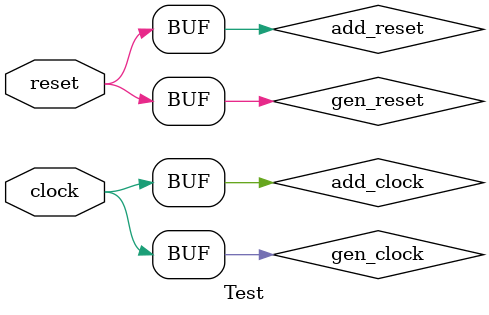
<source format=v>
module DataGen( // @[:@3.2]
  input   clock, // @[:@4.4]
  input   reset // @[:@5.4]
);
  wire  _T_25; // @[Test.scala 21:23:@20.6]
  assign _T_25 = reset == 1'h0; // @[Test.scala 21:23:@20.6]
  always @(posedge clock) begin
    `ifndef SYNTHESIS
    `ifdef PRINTF_COND
      if (`PRINTF_COND) begin
    `endif
        if (_T_25) begin
          $fwrite(32'h80000002," y:%d\n",-8'shd); // @[Test.scala 21:23:@22.8]
        end
    `ifdef PRINTF_COND
      end
    `endif
    `endif // SYNTHESIS
  end
endmodule
module Adder( // @[:@26.2]
  input   clock, // @[:@27.4]
  input   reset // @[:@28.4]
);
  wire  _T_15; // @[Adder.scala 14:11:@35.6]
  assign _T_15 = reset == 1'h0; // @[Adder.scala 14:11:@35.6]
  always @(posedge clock) begin
    `ifndef SYNTHESIS
    `ifdef PRINTF_COND
      if (`PRINTF_COND) begin
    `endif
        if (_T_15) begin
          $fwrite(32'h80000002,"a:%d b:%d",-8'sh3,-8'sha); // @[Adder.scala 14:11:@37.8]
        end
    `ifdef PRINTF_COND
      end
    `endif
    `endif // SYNTHESIS
  end
endmodule
module Test( // @[:@41.2]
  input   clock, // @[:@42.4]
  input   reset // @[:@43.4]
);
  wire  gen_clock; // @[Test.scala 27:19:@46.4]
  wire  gen_reset; // @[Test.scala 27:19:@46.4]
  wire  add_clock; // @[Test.scala 28:19:@49.4]
  wire  add_reset; // @[Test.scala 28:19:@49.4]
  DataGen gen ( // @[Test.scala 27:19:@46.4]
    .clock(gen_clock),
    .reset(gen_reset)
  );
  Adder add ( // @[Test.scala 28:19:@49.4]
    .clock(add_clock),
    .reset(add_reset)
  );
  assign gen_clock = clock; // @[:@47.4]
  assign gen_reset = reset; // @[:@48.4]
  assign add_clock = clock; // @[:@50.4]
  assign add_reset = reset; // @[:@51.4]
endmodule

</source>
